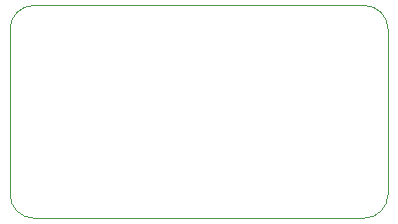
<source format=gm1>
%TF.GenerationSoftware,KiCad,Pcbnew,7.0.10*%
%TF.CreationDate,2024-02-15T14:25:30-05:00*%
%TF.ProjectId,wingbeat_detector,77696e67-6265-4617-945f-646574656374,4.0*%
%TF.SameCoordinates,Original*%
%TF.FileFunction,Profile,NP*%
%FSLAX46Y46*%
G04 Gerber Fmt 4.6, Leading zero omitted, Abs format (unit mm)*
G04 Created by KiCad (PCBNEW 7.0.10) date 2024-02-15 14:25:30*
%MOMM*%
%LPD*%
G01*
G04 APERTURE LIST*
%TA.AperFunction,Profile*%
%ADD10C,0.100000*%
%TD*%
G04 APERTURE END LIST*
D10*
X134000000Y-93000000D02*
X134000000Y-107000000D01*
X164000000Y-109000000D02*
G75*
G03*
X166000000Y-107000000I0J2000000D01*
G01*
X166000000Y-93000000D02*
G75*
G03*
X164000000Y-91000000I-2000000J0D01*
G01*
X136000000Y-91000000D02*
X164000000Y-91000000D01*
X136000000Y-91000000D02*
G75*
G03*
X134000000Y-93000000I0J-2000000D01*
G01*
X166000000Y-107000000D02*
X166000000Y-93000000D01*
X136000000Y-109000000D02*
X164000000Y-109000000D01*
X134000000Y-107000000D02*
G75*
G03*
X136000000Y-109000000I2000000J0D01*
G01*
M02*

</source>
